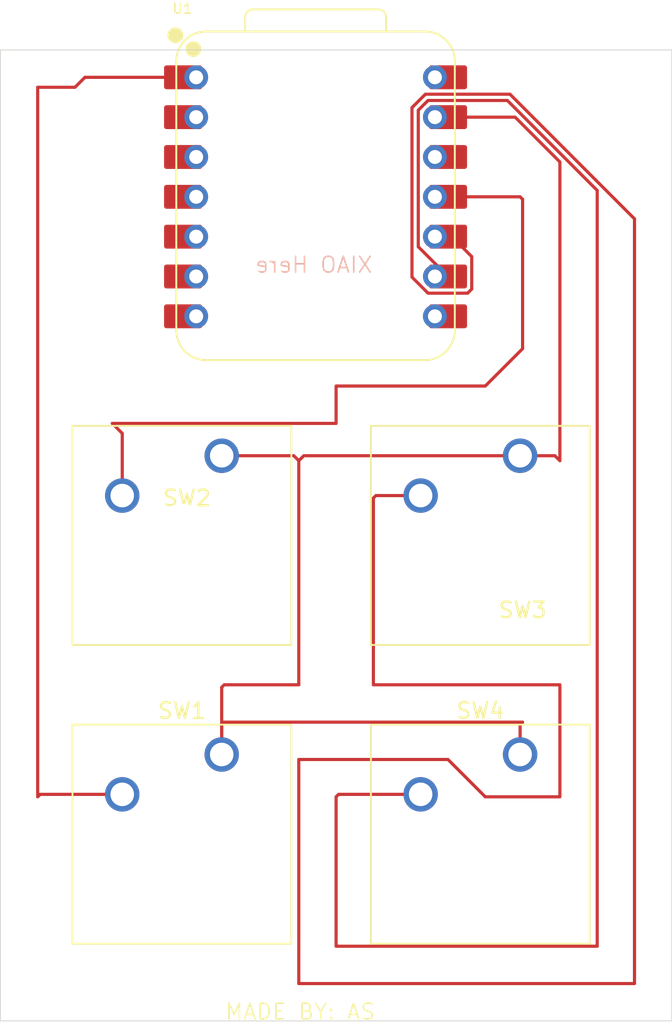
<source format=kicad_pcb>
(kicad_pcb (version 20241229) (generator "pcbnew") (generator_version "9.0")
  (layers (0 "F.Cu" signal) (2 "B.Cu" signal) (13 "F.Paste" user) (15 "B.Paste" user) (5 "F.SilkS" user "F.Silkscreen") (7 "B.SilkS" user "B.Silkscreen") (1 "F.Mask" user) (3 "B.Mask" user) (25 "Edge.Cuts" user))
  (net 0 "")
  (net 1 "Net-(U1-GPIO26{slash}ADC0{slash}A0)")
  (net 2 "Net-(U1-GND)")
  (net 3 "Net-(U1-GPIO3{slash}MOSI)")
  (net 4 "Net-(U1-GPIO4{slash}MISO)")
  (net 5 "Net-(U1-GPIO2{slash}SCK)")
  (footprint "Button_Switch_Keyboard:SW_Cherry_MX_1.00u_PCB" (layer "F.Cu") (at 64.135 71.12)
    (property "Reference" "SW1" (at -2.54 -2.794 0) (layer "F.SilkS"))
    (property "Value" "SW_Push")
    (fp_line (start -9.525 -1.905) (end 4.445 -1.905) (stroke (width 0.12)) (layer "F.SilkS"))
    (fp_line (start -9.525 12.065) (end -9.525 -1.905) (stroke (width 0.12)) (layer "F.SilkS"))
    (fp_line (start 4.445 -1.905) (end 4.445 12.065) (stroke (width 0.12)) (layer "F.SilkS"))
    (fp_line (start 4.445 12.065) (end -9.525 12.065) (stroke (width 0.12)) (layer "F.SilkS"))
    (pad "" np_thru_hole circle (at -7.62 5.08) (size 1.7 1.7) (drill 1.7) (layers "*.Cu" "*.Mask"))
    (pad "" np_thru_hole circle (at -2.54 5.08) (size 4 4) (drill 4) (layers "*.Cu" "*.Mask"))
    (pad "" np_thru_hole circle (at 2.54 5.08) (size 1.7 1.7) (drill 1.7) (layers "*.Cu" "*.Mask"))
    (pad "1" thru_hole circle (at 0 0) (size 2.2 2.2) (drill 1.5) (layers "*.Cu" "*.Mask") (net 2 "Net-(U1-GND)"))
    (pad "2" thru_hole circle (at -6.35 2.54) (size 2.2 2.2) (drill 1.5) (layers "*.Cu" "*.Mask") (net 1 "Net-(U1-GPIO26{slash}ADC0{slash}A0)"))
  )
  (footprint "Button_Switch_Keyboard:SW_Cherry_MX_1.00u_PCB" (layer "F.Cu") (at 83.185 71.12)
    (property "Reference" "SW4" (at -2.54 -2.794 0) (layer "F.SilkS"))
    (property "Value" "SW_Push")
    (fp_line (start -9.525 -1.905) (end 4.445 -1.905) (stroke (width 0.12)) (layer "F.SilkS"))
    (fp_line (start -9.525 12.065) (end -9.525 -1.905) (stroke (width 0.12)) (layer "F.SilkS"))
    (fp_line (start 4.445 -1.905) (end 4.445 12.065) (stroke (width 0.12)) (layer "F.SilkS"))
    (fp_line (start 4.445 12.065) (end -9.525 12.065) (stroke (width 0.12)) (layer "F.SilkS"))
    (pad "" np_thru_hole circle (at -7.62 5.08) (size 1.7 1.7) (drill 1.7) (layers "*.Cu" "*.Mask"))
    (pad "" np_thru_hole circle (at -2.54 5.08) (size 4 4) (drill 4) (layers "*.Cu" "*.Mask"))
    (pad "" np_thru_hole circle (at 2.54 5.08) (size 1.7 1.7) (drill 1.7) (layers "*.Cu" "*.Mask"))
    (pad "1" thru_hole circle (at 0 0) (size 2.2 2.2) (drill 1.5) (layers "*.Cu" "*.Mask") (net 2 "Net-(U1-GND)"))
    (pad "2" thru_hole circle (at -6.35 2.54) (size 2.2 2.2) (drill 1.5) (layers "*.Cu" "*.Mask") (net 5 "Net-(U1-GPIO2{slash}SCK)"))
  )
  (footprint "OPL XIAO:XIAO-RP2040-DIP" (layer "F.Cu") (at 70.12625 35.56)
    (property "Reference" "U1" (at -8.5 -12 0) (layer "F.SilkS") (effects (font (size 0.635 0.635) (thickness 0.1016))))
    (property "Value" "XIAO-RP2040-DIP")
    (fp_line (start -8.89 8.509) (end -8.89 -8.636) (stroke (width 0.127)) (layer "F.SilkS"))
    (fp_line (start -6.985 10.414) (end 6.985 10.414) (stroke (width 0.127)) (layer "F.SilkS"))
    (fp_line (start -4.495 -10.541) (end -4.491272 -11.451272) (stroke (width 0.127)) (layer "F.SilkS"))
    (fp_line (start -3.991272 -11.951) (end 4.004 -11.951) (stroke (width 0.127)) (layer "F.SilkS"))
    (fp_line (start 4.504 -11.451) (end 4.504 -10.541) (stroke (width 0.127)) (layer "F.SilkS"))
    (fp_line (start 6.985 -10.541) (end -6.985 -10.541) (stroke (width 0.1)) (layer "F.SilkS"))
    (fp_line (start 6.985 -10.541) (end -6.985 -10.541) (stroke (width 0.127)) (layer "F.SilkS"))
    (fp_line (start 8.89 8.509) (end 8.89 -8.636) (stroke (width 0.127)) (layer "F.SilkS"))
    (fp_arc (start -8.89 -8.636) (mid -8.332038 -9.983038) (end -6.985 -10.541) (stroke (width 0.127)) (layer "F.SilkS"))
    (fp_arc (start -6.985 10.414) (mid -8.332038 9.856038) (end -8.89 8.509) (stroke (width 0.127)) (layer "F.SilkS"))
    (fp_arc (start -4.491272 -11.451272) (mid -4.344728 -11.80464) (end -3.991272 -11.951) (stroke (width 0.127)) (layer "F.SilkS"))
    (fp_arc (start 4.004 -11.951) (mid 4.357553 -11.804553) (end 4.504 -11.451) (stroke (width 0.127)) (layer "F.SilkS"))
    (fp_arc (start 6.985 -10.541) (mid 8.332038 -9.983038) (end 8.89 -8.636) (stroke (width 0.127)) (layer "F.SilkS"))
    (fp_arc (start 8.89 8.509) (mid 8.332038 9.856038) (end 6.985 10.414) (stroke (width 0.127)) (layer "F.SilkS"))
    (fp_circle (center -8.95 -10.3) (end -8.95 -10.554) (stroke (width 0.5)) (fill yes) (layer "F.SilkS"))
    (fp_circle (center -7.807 -9.42) (end -7.807 -9.674) (stroke (width 0.5)) (fill yes) (layer "F.SilkS"))
    (pad "1" smd roundrect (at -8.455 -7.62 180) (size 2.432 1.524) (layers "F.Cu" "F.Mask") (roundrect_rratio 0.1) (net 1 "Net-(U1-GPIO26{slash}ADC0{slash}A0)"))
    (pad "1" thru_hole circle (at -7.62 -7.62 180) (size 1.524 1.524) (drill 0.889) (layers "*.Cu" "*.Mask") (net 1 "Net-(U1-GPIO26{slash}ADC0{slash}A0)"))
    (pad "2" smd roundrect (at -8.455 -5.08 180) (size 2.432 1.524) (layers "F.Cu" "F.Mask") (roundrect_rratio 0.1))
    (pad "2" thru_hole circle (at -7.62 -5.08 180) (size 1.524 1.524) (drill 0.889) (layers "*.Cu" "*.Mask"))
    (pad "3" smd roundrect (at -8.455 -2.54 180) (size 2.432 1.524) (layers "F.Cu" "F.Mask") (roundrect_rratio 0.1))
    (pad "3" thru_hole circle (at -7.62 -2.54 180) (size 1.524 1.524) (drill 0.889) (layers "*.Cu" "*.Mask"))
    (pad "4" smd roundrect (at -8.455 0 180) (size 2.432 1.524) (layers "F.Cu" "F.Mask") (roundrect_rratio 0.1))
    (pad "4" thru_hole circle (at -7.62 0 180) (size 1.524 1.524) (drill 0.889) (layers "*.Cu" "*.Mask"))
    (pad "5" smd roundrect (at -8.455 2.54 180) (size 2.432 1.524) (layers "F.Cu" "F.Mask") (roundrect_rratio 0.1))
    (pad "5" thru_hole circle (at -7.62 2.54 180) (size 1.524 1.524) (drill 0.889) (layers "*.Cu" "*.Mask"))
    (pad "6" smd roundrect (at -8.455 5.08 180) (size 2.432 1.524) (layers "F.Cu" "F.Mask") (roundrect_rratio 0.1))
    (pad "6" thru_hole circle (at -7.62 5.08 180) (size 1.524 1.524) (drill 0.889) (layers "*.Cu" "*.Mask"))
    (pad "7" smd roundrect (at -8.455 7.62 180) (size 2.432 1.524) (layers "F.Cu" "F.Mask") (roundrect_rratio 0.1))
    (pad "7" thru_hole circle (at -7.62 7.62 180) (size 1.524 1.524) (drill 0.889) (layers "*.Cu" "*.Mask"))
    (pad "8" thru_hole circle (at 7.62 7.62) (size 1.524 1.524) (drill 0.889) (layers "*.Cu" "*.Mask"))
    (pad "8" smd roundrect (at 8.455 7.62) (size 2.432 1.524) (layers "F.Cu" "F.Mask") (roundrect_rratio 0.1))
    (pad "9" thru_hole circle (at 7.62 5.08) (size 1.524 1.524) (drill 0.889) (layers "*.Cu" "*.Mask") (net 5 "Net-(U1-GPIO2{slash}SCK)"))
    (pad "9" smd roundrect (at 8.455 5.08) (size 2.432 1.524) (layers "F.Cu" "F.Mask") (roundrect_rratio 0.1) (net 5 "Net-(U1-GPIO2{slash}SCK)"))
    (pad "10" thru_hole circle (at 7.62 2.54) (size 1.524 1.524) (drill 0.889) (layers "*.Cu" "*.Mask") (net 4 "Net-(U1-GPIO4{slash}MISO)"))
    (pad "10" smd roundrect (at 8.455 2.54) (size 2.432 1.524) (layers "F.Cu" "F.Mask") (roundrect_rratio 0.1) (net 4 "Net-(U1-GPIO4{slash}MISO)"))
    (pad "11" thru_hole circle (at 7.62 0) (size 1.524 1.524) (drill 0.889) (layers "*.Cu" "*.Mask") (net 3 "Net-(U1-GPIO3{slash}MOSI)"))
    (pad "11" smd roundrect (at 8.455 0) (size 2.432 1.524) (layers "F.Cu" "F.Mask") (roundrect_rratio 0.1) (net 3 "Net-(U1-GPIO3{slash}MOSI)"))
    (pad "12" thru_hole circle (at 7.62 -2.54) (size 1.524 1.524) (drill 0.889) (layers "*.Cu" "*.Mask"))
    (pad "12" smd roundrect (at 8.455 -2.54) (size 2.432 1.524) (layers "F.Cu" "F.Mask") (roundrect_rratio 0.1))
    (pad "13" thru_hole circle (at 7.62 -5.08) (size 1.524 1.524) (drill 0.889) (layers "*.Cu" "*.Mask") (net 2 "Net-(U1-GND)"))
    (pad "13" smd roundrect (at 8.455 -5.08) (size 2.432 1.524) (layers "F.Cu" "F.Mask") (roundrect_rratio 0.1) (net 2 "Net-(U1-GND)"))
    (pad "14" thru_hole circle (at 7.62 -7.62) (size 1.524 1.524) (drill 0.889) (layers "*.Cu" "*.Mask"))
    (pad "14" smd roundrect (at 8.455 -7.62) (size 2.432 1.524) (layers "F.Cu" "F.Mask") (roundrect_rratio 0.1))
  )
  (footprint "Button_Switch_Keyboard:SW_Cherry_MX_1.00u_PCB" (layer "F.Cu") (at 64.135 52.07)
    (property "Reference" "SW2" (at -2.2225 2.69875 0) (layer "F.SilkS"))
    (property "Value" "SW_Push")
    (fp_line (start -9.525 -1.905) (end 4.445 -1.905) (stroke (width 0.12)) (layer "F.SilkS"))
    (fp_line (start -9.525 12.065) (end -9.525 -1.905) (stroke (width 0.12)) (layer "F.SilkS"))
    (fp_line (start 4.445 -1.905) (end 4.445 12.065) (stroke (width 0.12)) (layer "F.SilkS"))
    (fp_line (start 4.445 12.065) (end -9.525 12.065) (stroke (width 0.12)) (layer "F.SilkS"))
    (pad "" np_thru_hole circle (at -7.62 5.08) (size 1.7 1.7) (drill 1.7) (layers "*.Cu" "*.Mask"))
    (pad "" np_thru_hole circle (at -2.54 5.08) (size 4 4) (drill 4) (layers "*.Cu" "*.Mask"))
    (pad "" np_thru_hole circle (at 2.54 5.08) (size 1.7 1.7) (drill 1.7) (layers "*.Cu" "*.Mask"))
    (pad "1" thru_hole circle (at 0 0) (size 2.2 2.2) (drill 1.5) (layers "*.Cu" "*.Mask") (net 2 "Net-(U1-GND)"))
    (pad "2" thru_hole circle (at -6.35 2.54) (size 2.2 2.2) (drill 1.5) (layers "*.Cu" "*.Mask") (net 3 "Net-(U1-GPIO3{slash}MOSI)"))
  )
  (footprint "Button_Switch_Keyboard:SW_Cherry_MX_1.00u_PCB" (layer "F.Cu") (at 83.185 52.07)
    (property "Reference" "SW3" (at 0.15875 9.8425 0) (layer "F.SilkS"))
    (property "Value" "SW_Push")
    (fp_line (start -9.525 -1.905) (end 4.445 -1.905) (stroke (width 0.12)) (layer "F.SilkS"))
    (fp_line (start -9.525 12.065) (end -9.525 -1.905) (stroke (width 0.12)) (layer "F.SilkS"))
    (fp_line (start 4.445 -1.905) (end 4.445 12.065) (stroke (width 0.12)) (layer "F.SilkS"))
    (fp_line (start 4.445 12.065) (end -9.525 12.065) (stroke (width 0.12)) (layer "F.SilkS"))
    (pad "" np_thru_hole circle (at -7.62 5.08) (size 1.7 1.7) (drill 1.7) (layers "*.Cu" "*.Mask"))
    (pad "" np_thru_hole circle (at -2.54 5.08) (size 4 4) (drill 4) (layers "*.Cu" "*.Mask"))
    (pad "" np_thru_hole circle (at 2.54 5.08) (size 1.7 1.7) (drill 1.7) (layers "*.Cu" "*.Mask"))
    (pad "1" thru_hole circle (at 0 0) (size 2.2 2.2) (drill 1.5) (layers "*.Cu" "*.Mask") (net 2 "Net-(U1-GND)"))
    (pad "2" thru_hole circle (at -6.35 2.54) (size 2.2 2.2) (drill 1.5) (layers "*.Cu" "*.Mask") (net 4 "Net-(U1-GPIO4{slash}MISO)"))
  )
  (gr_rect (start 50.00625 26.19375) (end 92.86875 88.10625) (stroke (width 0.05)) (fill no) (layer "Edge.Cuts"))
  (gr_text "MADE BY: AS" (at 64.29375 88.10625 0) (layer "F.SilkS") (effects (font (size 1 1) (thickness 0.1)) (justify left bottom)))
  (gr_text "XIAO Here\n" (at 73.81875 40.48125 0) (layer "B.SilkS") (effects (font (size 1 1) (thickness 0.1)) (justify left bottom mirror)))
  (segment (start 52.3875 28.575) (end 54.76875 28.575) (width 0.2) (layer "F.Cu") (net 1))
  (segment (start 55.40375 27.94) (end 62.50625 27.94) (width 0.2) (layer "F.Cu") (net 1))
  (segment (start 52.3875 73.81875) (end 52.3875 28.575) (width 0.2) (layer "F.Cu") (net 1))
  (segment (start 57.785 73.66) (end 52.54625 73.66) (width 0.2) (layer "F.Cu") (net 1))
  (segment (start 54.76875 28.575) (end 55.40375 27.94) (width 0.2) (layer "F.Cu") (net 1))
  (segment (start 52.54625 73.66) (end 52.3875 73.81875) (width 0.2) (layer "F.Cu") (net 1))
  (segment (start 83.34375 69.05625) (end 64.29375 69.05625) (width 0.2) (layer "F.Cu") (net 2))
  (segment (start 69.05625 52.3875) (end 68.73875 52.07) (width 0.2) (layer "F.Cu") (net 2))
  (segment (start 69.05625 66.675) (end 69.05625 52.3875) (width 0.2) (layer "F.Cu") (net 2))
  (segment (start 82.8675 30.48) (end 77.74625 30.48) (width 0.2) (layer "F.Cu") (net 2))
  (segment (start 83.185 52.07) (end 85.4075 52.07) (width 0.2) (layer "F.Cu") (net 2))
  (segment (start 68.73875 52.07) (end 64.135 52.07) (width 0.2) (layer "F.Cu") (net 2))
  (segment (start 85.725 52.3875) (end 85.725 33.3375) (width 0.2) (layer "F.Cu") (net 2))
  (segment (start 83.185 71.12) (end 83.185 69.215) (width 0.2) (layer "F.Cu") (net 2))
  (segment (start 83.185 69.215) (end 83.34375 69.05625) (width 0.2) (layer "F.Cu") (net 2))
  (segment (start 64.135 66.83375) (end 64.29375 66.675) (width 0.2) (layer "F.Cu") (net 2))
  (segment (start 85.725 33.3375) (end 82.8675 30.48) (width 0.2) (layer "F.Cu") (net 2))
  (segment (start 64.135 69.215) (end 64.135 71.12) (width 0.2) (layer "F.Cu") (net 2))
  (segment (start 64.135 71.12) (end 64.135 66.83375) (width 0.2) (layer "F.Cu") (net 2))
  (segment (start 69.37375 52.07) (end 69.05625 52.3875) (width 0.2) (layer "F.Cu") (net 2))
  (segment (start 64.29375 69.05625) (end 64.135 69.215) (width 0.2) (layer "F.Cu") (net 2))
  (segment (start 83.185 52.07) (end 69.37375 52.07) (width 0.2) (layer "F.Cu") (net 2))
  (segment (start 85.4075 52.07) (end 85.725 52.3875) (width 0.2) (layer "F.Cu") (net 2))
  (segment (start 64.29375 66.675) (end 69.05625 66.675) (width 0.2) (layer "F.Cu") (net 2))
  (segment (start 83.34375 35.71875) (end 83.185 35.56) (width 0.2) (layer "F.Cu") (net 3))
  (segment (start 83.185 35.56) (end 77.74625 35.56) (width 0.2) (layer "F.Cu") (net 3))
  (segment (start 57.15 50.00625) (end 71.4375 50.00625) (width 0.2) (layer "F.Cu") (net 3))
  (segment (start 80.9625 47.625) (end 83.34375 45.24375) (width 0.2) (layer "F.Cu") (net 3))
  (segment (start 57.785 54.61) (end 57.785 50.64125) (width 0.2) (layer "F.Cu") (net 3))
  (segment (start 71.4375 47.625) (end 80.9625 47.625) (width 0.2) (layer "F.Cu") (net 3))
  (segment (start 57.785 50.64125) (end 57.15 50.00625) (width 0.2) (layer "F.Cu") (net 3))
  (segment (start 71.4375 50.00625) (end 71.4375 47.625) (width 0.2) (layer "F.Cu") (net 3))
  (segment (start 83.34375 45.24375) (end 83.34375 35.71875) (width 0.2) (layer "F.Cu") (net 3))
  (segment (start 69.05625 71.4375) (end 69.05625 85.725) (width 0.2) (layer "F.Cu") (net 4))
  (segment (start 69.05625 85.725) (end 90.4875 85.725) (width 0.2) (layer "F.Cu") (net 4))
  (segment (start 79.836876 41.703) (end 80.09825 41.441626) (width 0.2) (layer "F.Cu") (net 4))
  (segment (start 76.835 54.61) (end 73.9775 54.61) (width 0.2) (layer "F.Cu") (net 4))
  (segment (start 78.58125 71.4375) (end 69.05625 71.4375) (width 0.2) (layer "F.Cu") (net 4))
  (segment (start 73.81875 54.76875) (end 73.81875 66.675) (width 0.2) (layer "F.Cu") (net 4))
  (segment (start 90.4875 85.725) (end 90.4875 36.9658) (width 0.2) (layer "F.Cu") (net 4))
  (segment (start 85.725 73.81875) (end 80.9625 73.81875) (width 0.2) (layer "F.Cu") (net 4))
  (segment (start 73.81875 66.675) (end 85.725 66.675) (width 0.2) (layer "F.Cu") (net 4))
  (segment (start 85.725 66.675) (end 85.725 73.81875) (width 0.2) (layer "F.Cu") (net 4))
  (segment (start 90.4875 36.9658) (end 82.5377 29.016) (width 0.2) (layer "F.Cu") (net 4))
  (segment (start 76.28225 40.67931) (end 77.30594 41.703) (width 0.2) (layer "F.Cu") (net 4))
  (segment (start 73.9775 54.61) (end 73.81875 54.76875) (width 0.2) (layer "F.Cu") (net 4))
  (segment (start 80.09825 41.441626) (end 80.09825 39.37437) (width 0.2) (layer "F.Cu") (net 4))
  (segment (start 77.13984 29.016) (end 76.28225 29.87359) (width 0.2) (layer "F.Cu") (net 4))
  (segment (start 76.28225 29.87359) (end 76.28225 40.67931) (width 0.2) (layer "F.Cu") (net 4))
  (segment (start 77.30594 41.703) (end 79.836876 41.703) (width 0.2) (layer "F.Cu") (net 4))
  (segment (start 80.09825 39.37437) (end 78.82388 38.1) (width 0.2) (layer "F.Cu") (net 4))
  (segment (start 80.9625 73.81875) (end 78.58125 71.4375) (width 0.2) (layer "F.Cu") (net 4))
  (segment (start 78.82388 38.1) (end 77.74625 38.1) (width 0.2) (layer "F.Cu") (net 4))
  (segment (start 82.5377 29.016) (end 77.13984 29.016) (width 0.2) (layer "F.Cu") (net 4))
  (segment (start 88.10625 83.34375) (end 88.10625 35.15165) (width 0.2) (layer "F.Cu") (net 5))
  (segment (start 77.30594 29.417) (end 76.68325 30.03969) (width 0.2) (layer "F.Cu") (net 5))
  (segment (start 82.3716 29.417) (end 77.30594 29.417) (width 0.2) (layer "F.Cu") (net 5))
  (segment (start 88.10625 35.15165) (end 82.3716 29.417) (width 0.2) (layer "F.Cu") (net 5))
  (segment (start 71.4375 83.34375) (end 88.10625 83.34375) (width 0.2) (layer "F.Cu") (net 5))
  (segment (start 76.835 73.66) (end 71.59625 73.66) (width 0.2) (layer "F.Cu") (net 5))
  (segment (start 71.4375 73.81875) (end 71.4375 83.34375) (width 0.2) (layer "F.Cu") (net 5))
  (segment (start 76.68325 30.03969) (end 76.68325 38.742) (width 0.2) (layer "F.Cu") (net 5))
  (segment (start 76.68325 38.742) (end 78.58125 40.64) (width 0.2) (layer "F.Cu") (net 5))
  (segment (start 71.59625 73.66) (end 71.4375 73.81875) (width 0.2) (layer "F.Cu") (net 5))
)
</source>
